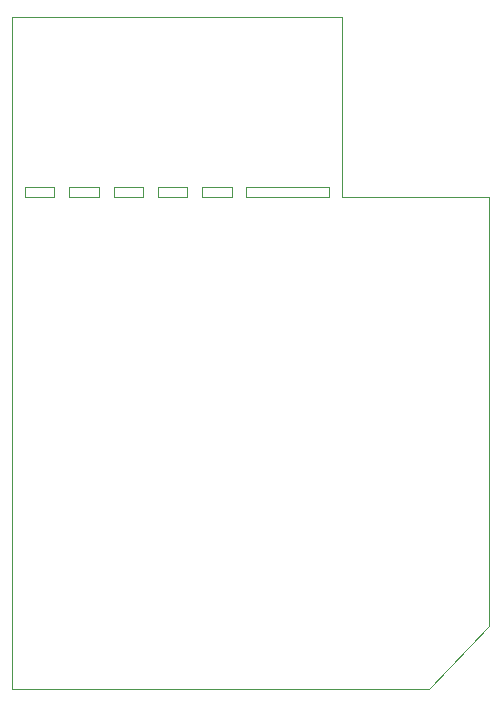
<source format=gm1>
G04 #@! TF.GenerationSoftware,KiCad,Pcbnew,(5.1.6)-1*
G04 #@! TF.CreationDate,2020-07-20T19:56:41+03:00*
G04 #@! TF.ProjectId,CPC_MultiROM_01,4350435f-4d75-46c7-9469-524f4d5f3031,rev?*
G04 #@! TF.SameCoordinates,Original*
G04 #@! TF.FileFunction,Profile,NP*
%FSLAX46Y46*%
G04 Gerber Fmt 4.6, Leading zero omitted, Abs format (unit mm)*
G04 Created by KiCad (PCBNEW (5.1.6)-1) date 2020-07-20 19:56:41*
%MOMM*%
%LPD*%
G01*
G04 APERTURE LIST*
G04 #@! TA.AperFunction,Profile*
%ADD10C,0.050000*%
G04 #@! TD*
G04 APERTURE END LIST*
D10*
X123250000Y-66500000D02*
X125750000Y-66500000D01*
X123250000Y-67300000D02*
X123250000Y-66500000D01*
X125750000Y-66500000D02*
X125750000Y-67300000D01*
X125750000Y-67300000D02*
X123250000Y-67300000D01*
X129500000Y-67300000D02*
X127000000Y-67300000D01*
X127000000Y-66500000D02*
X129500000Y-66500000D01*
X129500000Y-66500000D02*
X129500000Y-67300000D01*
X127000000Y-67300000D02*
X127000000Y-66500000D01*
X130750000Y-66500000D02*
X133250000Y-66500000D01*
X130750000Y-67300000D02*
X130750000Y-66500000D01*
X133250000Y-67300000D02*
X130750000Y-67300000D01*
X133250000Y-66500000D02*
X133250000Y-67300000D01*
X137000000Y-66500000D02*
X137000000Y-67300000D01*
X137000000Y-67300000D02*
X134500000Y-67300000D01*
X134500000Y-66500000D02*
X137000000Y-66500000D01*
X134500000Y-67300000D02*
X134500000Y-66500000D01*
X138250000Y-66500000D02*
X140750000Y-66500000D01*
X140750000Y-67300000D02*
X138250000Y-67300000D01*
X138250000Y-67300000D02*
X138250000Y-66500000D01*
X140750000Y-66500000D02*
X140750000Y-67300000D01*
X142000000Y-66500000D02*
X149000000Y-66500000D01*
X142000000Y-67300000D02*
X142000000Y-66500000D01*
X149000000Y-67300000D02*
X142000000Y-67300000D01*
X149000000Y-66500000D02*
X149000000Y-67300000D01*
X157480000Y-108966000D02*
X122174000Y-108966000D01*
X162560000Y-103632000D02*
X157480000Y-108966000D01*
X162560000Y-67310000D02*
X162560000Y-103632000D01*
X150114000Y-67310000D02*
X162560000Y-67310000D01*
X150114000Y-52070000D02*
X150114000Y-67310000D01*
X122174000Y-52070000D02*
X150114000Y-52070000D01*
X122174000Y-108966000D02*
X122174000Y-52070000D01*
M02*

</source>
